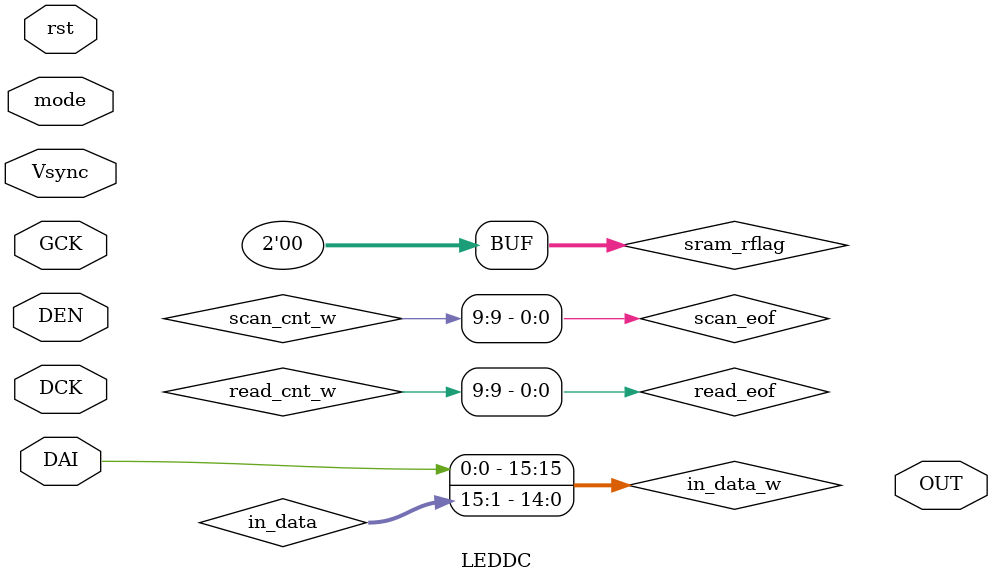
<source format=v>
`timescale 1ns/10ps
module LEDDC( DCK, DAI, DEN, GCK, Vsync, mode, rst, OUT);
input           DCK;
input           DAI;
input           DEN;
input           GCK;
input           Vsync;
input           mode;
input           rst;
output [15:0]   OUT;

//--------------------
// parameter 
//--------------------
localparam I_IDLE   = 2'b00;
localparam I_INPUT  = 2'b01;
localparam I_SRAM_W = 2'b10;
localparam I_END    = 2'b11;
reg [1:0] c_state, n_state;
genvar i;
//--------------------
// wire & reg cao 
//--------------------
reg [15:0] in_data;
wire[15:0] in_data_w;

//--------------------
// SRAM write 
wire[1:0]sram_wflag;
reg  sel_SRAM_flag;
reg [8:0]scan_cnt;
wire[9:0]scan_cnt_w;
wire scan_eof;
//--------------------
// SRAM read 
localparam CI_IDLE      = 2'b00;
localparam CI_SRAM_READ = 2'b01;
localparam CI_SRAM_WAIT = 2'b10;
localparam CI_WAIT      = 2'b11;
reg [1:0]ci_state, ni_state;

reg round;
reg  sel_RSRAM_flag;
wire[1:0]sram_rflag;
wire[15:0]sram_data0, sram_data1;
reg [8:0]read_cnt;
wire[9:0]read_cnt_w;
wire read_eof;
reg [15:0]next_buf[15:0];
wire[15:0]sel_data;
//--------------------
// GCK domain

//--------------------
// SRAM read block

always@(posedge GCK, posedge rst) begin
	if(rst)begin
		round <= 1'b0;
	end else begin 
		if(read_eof)
			round <= ~round;
		else
			round <= round;
	end
end


always@(posedge GCK, posedge rst) begin
	if(rst)begin
		sel_RSRAM_flag <= 1'b1;
	end else begin 
		if(read_eof && (round || ~mode) )
			sel_RSRAM_flag <= ~sel_RSRAM_flag;
		else
			sel_RSRAM_flag <= sel_RSRAM_flag;
	end
end

always@(posedge GCK, posedge rst) begin
	if(rst)begin
		ci_state <= CI_IDLE;
	end else begin 
		ci_state <= ni_state;
	end
end

always@(*) begin
     case(ci_state)
	 CI_IDLE:  if(Vsync) ni_state = CI_SRAM_READ;
			   else 	 ni_state = CI_IDLE;
	 CI_SRAM_READ: if(read_cnt[3:0] == 4'hf) ni_state = CI_SRAM_WAIT;
			       else	  					 ni_state = CI_SRAM_READ;
	 CI_SRAM_WAIT: ni_state = CI_WAIT;
	 CI_WAIT: if(!Vsync) ni_state = CI_IDLE;
			  else		 ni_state = CI_WAIT;
     default: ni_state = CI_IDLE;
     endcase
end

assign read_eof = read_cnt_w[9];
assign read_cnt_w = read_cnt + 1;
always@(posedge GCK, posedge rst) begin
	if(rst)begin
		read_cnt <= 16'd16;
	end else begin 
		if(ci_state == CI_SRAM_READ)
			read_cnt <= read_cnt_w[8:0];		
		else
			read_cnt <= read_cnt;
	end
end

always@(posedge GCK, posedge rst) begin
	if(rst)begin
		next_buf[15] <= 16'd0;
	end else begin 
		if(ci_state == CI_SRAM_READ || ci_state == CI_SRAM_WAIT)
			next_buf[15] <= sel_data;
		else
			next_buf[15] <= next_buf[15];
	end
end

generate 
for(i = 0; i < 15; i = i + 1)begin
	always@(posedge GCK, posedge rst) begin
		if(rst)begin
			next_buf[i] <= 16'd0;
		end else begin 
			if(ci_state == CI_SRAM_READ || ci_state == CI_SRAM_WAIT)
				next_buf[i] <= next_buf[i + 1];
			else
				next_buf[i] <= next_buf[i];
		end
	end
end
endgenerate

assign sram_wflag = (c_state == I_SRAM_W)? ((sel_SRAM_flag)? 2'b01 : 2'b10) : 2'b11;

assign sel_data = (sel_RSRAM_flag)?sram_data1 : sram_data0;
assign sram_rflag = 2'b0;
sram_512x16 u0(.QA(sram_data0), .AA(read_cnt), .CLKA(GCK), .CENA(sram_rflag[0]), .AB(scan_cnt), .DB(in_data), .CLKB(DCK), .CENB(sram_wflag[0]));
sram_512x16 u1(.QA(sram_data1), .AA(read_cnt), .CLKA(GCK), .CENA(sram_rflag[1]), .AB(scan_cnt), .DB(in_data), .CLKB(DCK), .CENB(sram_wflag[1]));

//--------------------
// DCK domain
always@(posedge DCK, posedge rst) begin
	if(rst)begin
		c_state <= I_IDLE;
	end else begin 
		c_state <= n_state;
	end
end

always@(*) begin
     case(c_state)
	 I_IDLE:  if(DEN) n_state = I_INPUT;
			  else 	  n_state = I_IDLE;
	 I_INPUT: if(!DEN)n_state = I_SRAM_W;
			  else	  n_state = I_INPUT;
	 I_SRAM_W:n_state = I_IDLE;
     default: n_state = I_IDLE;
     endcase
end
//------------------
//in data
assign in_data_w = {DAI, in_data[15:1]};

always@(posedge DCK, posedge rst) begin
	if(rst)begin
		sel_SRAM_flag <= 6'd0;
	end else begin 
		if(c_state == I_SRAM_W && scan_eof)
			sel_SRAM_flag <= ~sel_SRAM_flag;
		else
			sel_SRAM_flag <= sel_SRAM_flag;
	end
end

assign scan_eof = scan_cnt_w[9];
assign scan_cnt_w = scan_cnt + 1;
always@(posedge DCK, posedge rst) begin
	if(rst)begin
		scan_cnt <= 6'd0;
	end else begin 
		if(c_state == I_SRAM_W)
			scan_cnt <= scan_cnt_w[8:0];
		else
			scan_cnt <= scan_cnt;
	end
end

always@(posedge DCK, posedge rst) begin
	if(rst)begin
		in_data <= 16'd0;
	end else begin 
		if(DEN)
			in_data <= in_data_w;
		else if(c_state == I_SRAM_W)
			in_data <= 16'd0;
		else 
			in_data <= in_data;
	end
end
endmodule

</source>
